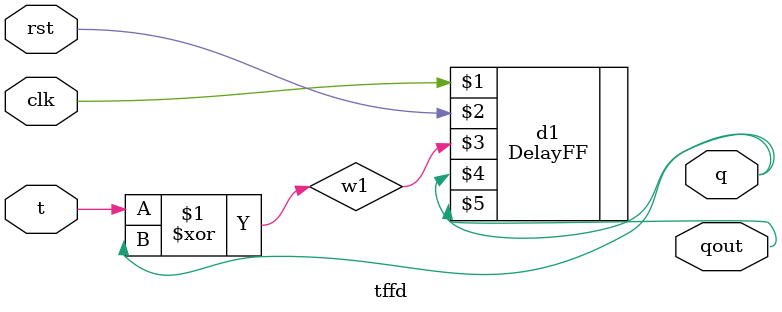
<source format=v>
module tffd(t,clk,rst,q,qout);

input t,clk,rst;
output q,qout;
wire w1;

assign w1=t^q;

DelayFF d1(clk,rst,w1,q,qout);

endmodule

</source>
